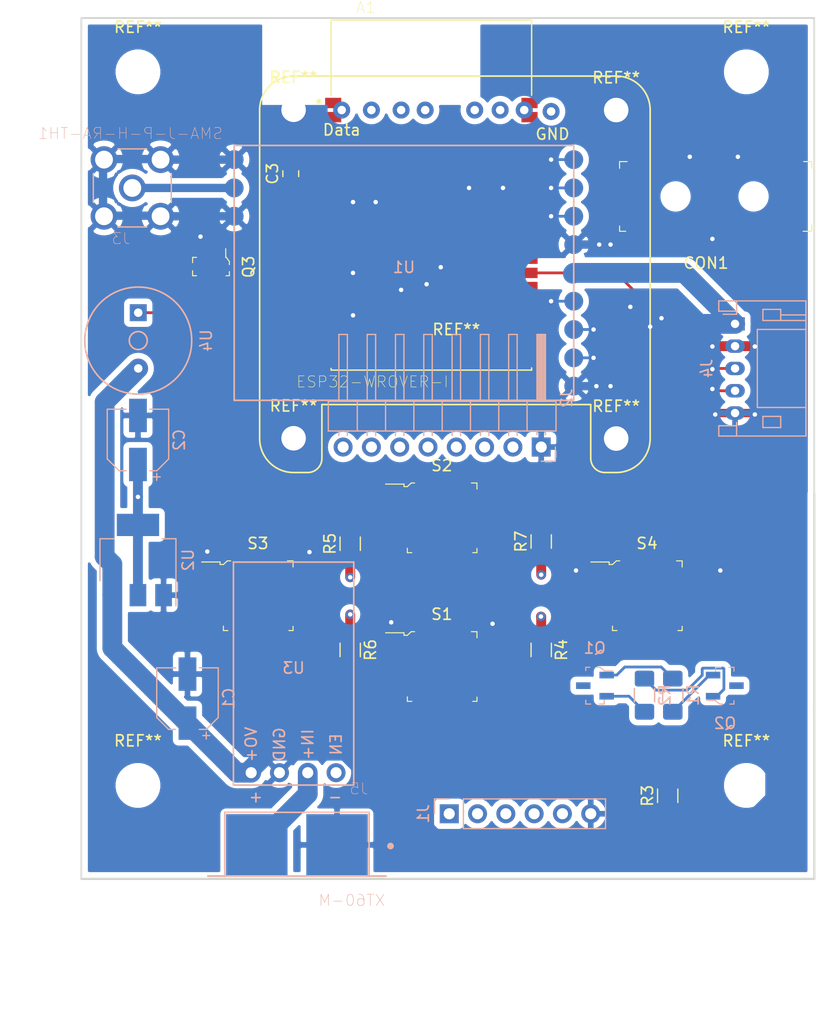
<source format=kicad_pcb>
(kicad_pcb (version 20171130) (host pcbnew 5.0.2-bee76a0~70~ubuntu18.04.1)
  (layers (0 F.Cu signal) (1 In1.Cu signal) (2 In2.Cu power) (31 B.Cu power) (34 B.Paste user) (35 F.Paste user) (36 B.SilkS user) (37 F.SilkS user) (38 B.Mask user) (39 F.Mask user) (44 Edge.Cuts user))
  (net 0 "")
  (net 1 "Net-(A1-Pad39)")
  (net 2 -BATT)
  (net 3 /SSD1306_DATA)
  (net 4 /SSD1306_CS)
  (net 5 /RX)
  (net 6 "Net-(A1-Pad34)")
  (net 7 /BUZZER)
  (net 8 /SSD1306_CLK)
  (net 9 /SSD1306_RST)
  (net 10 "Net-(A1-Pad29)")
  (net 11 /IO0)
  (net 12 "Net-(A1-Pad24)")
  (net 13 /SSD1306_DC)
  (net 14 "Net-(A1-Pad22)")
  (net 15 "Net-(A1-Pad21)")
  (net 16 "Net-(A1-Pad20)")
  (net 17 "Net-(A1-Pad19)")
  (net 18 "Net-(A1-Pad18)")
  (net 19 "Net-(A1-Pad17)")
  (net 20 /VRX_CLOCK)
  (net 21 /VRX_DATA)
  (net 22 /VRX_CS)
  (net 23 /BUTTON_RIGHT)
  (net 24 /BUTTON_DOWN)
  (net 25 "Net-(A1-Pad10)")
  (net 26 /BUTTON_UP)
  (net 27 /BUTTON_LEFT)
  (net 28 /VRX_RSSI)
  (net 29 "Net-(A1-Pad5)")
  (net 30 "Net-(A1-Pad4)")
  (net 31 /#EN)
  (net 32 +3V3)
  (net 33 +5V)
  (net 34 /TX)
  (net 35 /RTS)
  (net 36 /DTR)
  (net 37 "Net-(J1-Pad5)")
  (net 38 "Net-(J2-Pad2)")
  (net 39 "Net-(Q3-Pad3)")
  (net 40 +BATT)
  (net 41 "Net-(U3-Pad4)")
  (net 42 "Net-(Q1-Pad1)")
  (net 43 "Net-(Q2-Pad1)")
  (net 44 /ANT)
  (net 45 /EXP1)
  (net 46 /EXP2)
  (net 47 "Net-(CON1-Pad3)")
  (net 48 "Net-(CON1-Pad2)")
  (module MountingHole:MountingHole_3mm (layer F.Cu) (at 113.03 30.48)
    (fp_text reference REF** (at 0 -4) (layer F.SilkS))
    (fp_text value MountingHole_3mm)
    (pad 1 np_thru_hole circle (at 0 0) (size 3 3) (drill 3) (layers *.Cu *.Mask))
  )
  (module deets:RX5808 (layer B.Cu) (at 82.296 48.514)
    (fp_text reference U1 (at 0 -0.5) (layer B.SilkS) (effects (justify mirror)))
    (fp_text value RX5808)
    (pad 7 smd circle (at 15.24 -2.54) (size 1.7 1.7) (layers B.Cu B.Mask) (net 2 -BATT))
    (pad 8 smd circle (at 15.24 0) (size 1.7 1.7) (layers B.Cu B.Mask) (net 33 +5V))
    (pad 9 smd circle (at 15.24 2.54) (size 1.7 1.7) (layers B.Cu B.Mask) (net 28 /VRX_RSSI))
    (pad 10 smd circle (at 15.24 5.08) (size 1.7 1.7) (layers B.Cu B.Mask) (net 47 "Net-(CON1-Pad3)"))
    (pad 6 smd circle (at 15.24 -5.08) (size 1.7 1.7) (layers B.Cu B.Mask) (net 20 /VRX_CLOCK))
    (pad 11 smd circle (at 15.24 7.62) (size 1.7 1.7) (layers B.Cu B.Mask) (net 48 "Net-(CON1-Pad2)"))
    (pad 5 smd circle (at 15.24 -7.62) (size 1.7 1.7) (layers B.Cu B.Mask) (net 22 /VRX_CS))
    (pad 12 smd circle (at 15.24 10.16) (size 1.7 1.7) (layers B.Cu B.Mask) (net 2 -BATT))
    (pad 4 smd circle (at 15.24 -10.16) (size 1.7 1.7) (layers B.Cu B.Mask) (net 21 /VRX_DATA))
    (pad 3 smd circle (at -15.24 -10.16) (size 1.7 1.7) (layers B.Cu B.Mask) (net 2 -BATT))
    (pad 2 smd circle (at -15.24 -7.62) (size 1.7 1.7) (layers B.Cu B.Mask) (net 44 /ANT))
    (pad 1 smd circle (at -15.24 -5.08) (size 1.7 1.7) (layers B.Cu B.Mask) (net 2 -BATT))
  )
  (module deets:SSD1306 (layer F.Cu) (at 86.995 46.355)
    (fp_text reference REF** (at 0 7.239) (layer F.SilkS))
    (fp_text value SSD1306)
    (fp_text user GND (at 8.636 -10.287) (layer F.SilkS))
    (fp_text user Data (at -10.287 -10.668) (layer F.SilkS))
    (pad 8 thru_hole circle (at 8.509 -12.319) (size 1.524 1.524) (drill 0.762) (layers *.Cu *.Mask))
    (pad 7 thru_hole circle (at 6.096 -12.446) (size 1.524 1.524) (drill 0.762) (layers *.Cu *.Mask))
    (pad 6 thru_hole circle (at 3.937 -12.446) (size 1.524 1.524) (drill 0.762) (layers *.Cu *.Mask))
    (pad 5 thru_hole circle (at 1.651 -12.446) (size 1.524 1.524) (drill 0.762) (layers *.Cu *.Mask))
    (pad 4 thru_hole circle (at -2.794 -12.446) (size 1.524 1.524) (drill 0.762) (layers *.Cu *.Mask))
    (pad 3 thru_hole circle (at -4.953 -12.446) (size 1.524 1.524) (drill 0.762) (layers *.Cu *.Mask))
    (pad 2 thru_hole circle (at -7.62 -12.446) (size 1.524 1.524) (drill 0.762) (layers *.Cu *.Mask))
    (pad 1 thru_hole circle (at -10.287 -12.446) (size 1.524 1.524) (drill 0.762) (layers *.Cu *.Mask))
  )
  (module deets:XCVR_ESP32-WROVER-I (layer F.Cu) (at 84.756 41.534)
    (fp_text reference A1 (at -5.8731 -16.8226) (layer F.SilkS) (effects (font (size 1.00224 1.00224) (thickness 0.05))))
    (fp_text value ESP32-WROVER-I (at -5.28678 16.7524) (layer F.SilkS) (effects (font (size 1.00224 1.00224) (thickness 0.05))))
    (pad 39 smd rect (at -1.38 -0.47) (size 4 4) (layers F.Cu F.Paste F.Mask) (net 1 "Net-(A1-Pad39)"))
    (pad 38 smd rect (at 8.81 -8.26 180) (size 1.45 0.93) (layers F.Cu F.Paste F.Mask) (net 2 -BATT))
    (pad 37 smd rect (at 8.81 -6.99 180) (size 1.45 0.93) (layers F.Cu F.Paste F.Mask) (net 3 /SSD1306_DATA))
    (pad 36 smd rect (at 8.81 -5.72 180) (size 1.45 0.93) (layers F.Cu F.Paste F.Mask) (net 4 /SSD1306_CS))
    (pad 35 smd rect (at 8.81 -4.45 180) (size 1.45 0.93) (layers F.Cu F.Paste F.Mask) (net 5 /RX))
    (pad 34 smd rect (at 8.81 -3.18 180) (size 1.45 0.93) (layers F.Cu F.Paste F.Mask) (net 6 "Net-(A1-Pad34)"))
    (pad 33 smd rect (at 8.81 -1.91 180) (size 1.45 0.93) (layers F.Cu F.Paste F.Mask) (net 7 /BUZZER))
    (pad 32 smd rect (at 8.81 -0.64 180) (size 1.45 0.93) (layers F.Cu F.Paste F.Mask))
    (pad 31 smd rect (at 8.81 0.63 180) (size 1.45 0.93) (layers F.Cu F.Paste F.Mask) (net 8 /SSD1306_CLK))
    (pad 30 smd rect (at 8.81 1.9 180) (size 1.45 0.93) (layers F.Cu F.Paste F.Mask) (net 9 /SSD1306_RST))
    (pad 29 smd rect (at 8.81 3.17 180) (size 1.45 0.93) (layers F.Cu F.Paste F.Mask) (net 10 "Net-(A1-Pad29)"))
    (pad 28 smd rect (at 8.81 4.44 180) (size 1.45 0.93) (layers F.Cu F.Paste F.Mask))
    (pad 27 smd rect (at 8.81 5.71 180) (size 1.45 0.93) (layers F.Cu F.Paste F.Mask))
    (pad 26 smd rect (at 8.81 6.98 180) (size 1.45 0.93) (layers F.Cu F.Paste F.Mask) (net 45 /EXP1))
    (pad 25 smd rect (at 8.81 8.25 180) (size 1.45 0.93) (layers F.Cu F.Paste F.Mask) (net 11 /IO0))
    (pad 24 smd rect (at 8.81 9.52 180) (size 1.45 0.93) (layers F.Cu F.Paste F.Mask) (net 12 "Net-(A1-Pad24)"))
    (pad 23 smd rect (at 8.81 10.79 180) (size 1.45 0.93) (layers F.Cu F.Paste F.Mask) (net 13 /SSD1306_DC))
    (pad 22 smd rect (at 8.81 12.06 180) (size 1.45 0.93) (layers F.Cu F.Paste F.Mask) (net 14 "Net-(A1-Pad22)"))
    (pad 21 smd rect (at 8.81 13.33 180) (size 1.45 0.93) (layers F.Cu F.Paste F.Mask) (net 15 "Net-(A1-Pad21)"))
    (pad 20 smd rect (at 8.81 14.6 180) (size 1.45 0.93) (layers F.Cu F.Paste F.Mask) (net 16 "Net-(A1-Pad20)"))
    (pad 19 smd rect (at -8.81 14.6) (size 1.45 0.93) (layers F.Cu F.Paste F.Mask) (net 17 "Net-(A1-Pad19)"))
    (pad 18 smd rect (at -8.81 13.33) (size 1.45 0.93) (layers F.Cu F.Paste F.Mask) (net 18 "Net-(A1-Pad18)"))
    (pad 17 smd rect (at -8.81 12.06) (size 1.45 0.93) (layers F.Cu F.Paste F.Mask) (net 19 "Net-(A1-Pad17)"))
    (pad 16 smd rect (at -8.81 10.79) (size 1.45 0.93) (layers F.Cu F.Paste F.Mask) (net 21 /VRX_DATA))
    (pad 15 smd rect (at -8.81 9.52) (size 1.45 0.93) (layers F.Cu F.Paste F.Mask) (net 2 -BATT))
    (pad 14 smd rect (at -8.81 8.25) (size 1.45 0.93) (layers F.Cu F.Paste F.Mask) (net 20 /VRX_CLOCK))
    (pad 13 smd rect (at -8.81 6.98) (size 1.45 0.93) (layers F.Cu F.Paste F.Mask) (net 22 /VRX_CS))
    (pad 12 smd rect (at -8.81 5.71) (size 1.45 0.93) (layers F.Cu F.Paste F.Mask) (net 23 /BUTTON_RIGHT))
    (pad 11 smd rect (at -8.81 4.44) (size 1.45 0.93) (layers F.Cu F.Paste F.Mask) (net 24 /BUTTON_DOWN))
    (pad 10 smd rect (at -8.81 3.17) (size 1.45 0.93) (layers F.Cu F.Paste F.Mask) (net 25 "Net-(A1-Pad10)"))
    (pad 9 smd rect (at -8.81 1.9) (size 1.45 0.93) (layers F.Cu F.Paste F.Mask) (net 26 /BUTTON_UP))
    (pad 8 smd rect (at -8.81 0.63) (size 1.45 0.93) (layers F.Cu F.Paste F.Mask) (net 27 /BUTTON_LEFT))
    (pad 7 smd rect (at -8.81 -0.64) (size 1.45 0.93) (layers F.Cu F.Paste F.Mask) (net 46 /EXP2))
    (pad 6 smd rect (at -8.81 -1.91) (size 1.45 0.93) (layers F.Cu F.Paste F.Mask) (net 28 /VRX_RSSI))
    (pad 5 smd rect (at -8.81 -3.18) (size 1.45 0.93) (layers F.Cu F.Paste F.Mask) (net 29 "Net-(A1-Pad5)"))
    (pad 4 smd rect (at -8.81 -4.45) (size 1.45 0.93) (layers F.Cu F.Paste F.Mask) (net 30 "Net-(A1-Pad4)"))
    (pad 3 smd rect (at -8.81 -5.72) (size 1.45 0.93) (layers F.Cu F.Paste F.Mask) (net 31 /#EN))
    (pad 2 smd rect (at -8.81 -6.99) (size 1.45 0.93) (layers F.Cu F.Paste F.Mask) (net 32 +3V3))
    (pad 1 smd rect (at -8.81 -8.26) (size 1.45 0.93) (layers F.Cu F.Paste F.Mask) (net 2 -BATT))
  )
  (module Capacitor_SMD:CP_Elec_5x5.8 (layer B.Cu) (at 62.865 86.7 90)
    (fp_text reference C1 (at 0 3.7 90) (layer B.SilkS) (effects (justify mirror)))
    (fp_text value 47uF)
    (pad 1 smd rect (at -2.2 0 90) (size 3 1.6) (layers B.Cu B.Paste B.Mask) (net 33 +5V))
    (pad 2 smd rect (at 2.2 0 90) (size 3 1.6) (layers B.Cu B.Paste B.Mask) (net 2 -BATT))
  )
  (module Capacitor_SMD:CP_Elec_5x5.8 (layer B.Cu) (at 58.42 63.5 90)
    (fp_text reference C2 (at 0 3.7 90) (layer B.SilkS) (effects (justify mirror)))
    (fp_text value 47uF)
    (pad 2 smd rect (at 2.2 0 90) (size 3 1.6) (layers B.Cu B.Paste B.Mask) (net 2 -BATT))
    (pad 1 smd rect (at -2.2 0 90) (size 3 1.6) (layers B.Cu B.Paste B.Mask) (net 32 +3V3))
  )
  (module Capacitor_SMD:C_0805_2012Metric_Pad1.15x1.40mm_HandSolder (layer F.Cu) (at 72.136 39.615 90)
    (fp_text reference C3 (at 0 -1.65 90) (layer F.SilkS))
    (fp_text value 10nF)
    (pad 1 smd roundrect (at -1.025 0 90) (size 1.15 1.4) (layers F.Cu F.Paste F.Mask) (roundrect_rratio 0.217391) (net 32 +3V3))
    (pad 2 smd roundrect (at 1.025 0 90) (size 1.15 1.4) (layers F.Cu F.Paste F.Mask) (roundrect_rratio 0.217391) (net 2 -BATT))
  )
  (module Connector_PinHeader_2.54mm:PinHeader_1x06_P2.54mm_Vertical (layer B.Cu) (at 86.36 97.028 270)
    (fp_text reference J1 (at 0 2.33 270) (layer B.SilkS) (effects (justify mirror)))
    (fp_text value Conn_01x06_Male)
    (pad 1 thru_hole rect (at 0 0 270) (size 1.7 1.7) (drill 1) (layers *.Cu *.Mask) (net 5 /RX))
    (pad 2 thru_hole oval (at 0 -2.54 270) (size 1.7 1.7) (drill 1) (layers *.Cu *.Mask) (net 34 /TX))
    (pad 3 thru_hole oval (at 0 -5.08 270) (size 1.7 1.7) (drill 1) (layers *.Cu *.Mask) (net 35 /RTS))
    (pad 4 thru_hole oval (at 0 -7.62 270) (size 1.7 1.7) (drill 1) (layers *.Cu *.Mask) (net 36 /DTR))
    (pad 5 thru_hole oval (at 0 -10.16 270) (size 1.7 1.7) (drill 1) (layers *.Cu *.Mask) (net 37 "Net-(J1-Pad5)"))
    (pad 6 thru_hole oval (at 0 -12.7 270) (size 1.7 1.7) (drill 1) (layers *.Cu *.Mask) (net 2 -BATT))
  )
  (module Connector_PinHeader_2.54mm:PinHeader_1x08_P2.54mm_Horizontal (layer B.Cu) (at 94.615 64.135 90)
    (fp_text reference J2 (at 4.385 2.27 90) (layer B.SilkS) (effects (justify mirror)))
    (fp_text value Conn_01x08_Female)
    (pad 1 thru_hole rect (at 0 0 90) (size 1.7 1.7) (drill 1) (layers *.Cu *.Mask) (net 2 -BATT))
    (pad 2 thru_hole oval (at 0 -2.54 90) (size 1.7 1.7) (drill 1) (layers *.Cu *.Mask) (net 38 "Net-(J2-Pad2)"))
    (pad 3 thru_hole oval (at 0 -5.08 90) (size 1.7 1.7) (drill 1) (layers *.Cu *.Mask) (net 32 +3V3))
    (pad 4 thru_hole oval (at 0 -7.62 90) (size 1.7 1.7) (drill 1) (layers *.Cu *.Mask) (net 4 /SSD1306_CS))
    (pad 5 thru_hole oval (at 0 -10.16 90) (size 1.7 1.7) (drill 1) (layers *.Cu *.Mask) (net 9 /SSD1306_RST))
    (pad 6 thru_hole oval (at 0 -12.7 90) (size 1.7 1.7) (drill 1) (layers *.Cu *.Mask) (net 13 /SSD1306_DC))
    (pad 7 thru_hole oval (at 0 -15.24 90) (size 1.7 1.7) (drill 1) (layers *.Cu *.Mask) (net 8 /SSD1306_CLK))
    (pad 8 thru_hole oval (at 0 -17.78 90) (size 1.7 1.7) (drill 1) (layers *.Cu *.Mask) (net 3 /SSD1306_DATA))
  )
  (module Resistor_SMD:R_1206_3216Metric_Pad1.42x1.75mm_HandSolder (layer B.Cu) (at 106.426317 86.390707 90)
    (fp_text reference R1 (at 0 1.82 90) (layer B.SilkS) (effects (justify mirror)))
    (fp_text value 10K)
    (pad 2 smd roundrect (at 1.4875 0 90) (size 1.425 1.75) (layers B.Cu B.Paste B.Mask) (roundrect_rratio 0.175439) (net 42 "Net-(Q1-Pad1)"))
    (pad 1 smd roundrect (at -1.4875 0 90) (size 1.425 1.75) (layers B.Cu B.Paste B.Mask) (roundrect_rratio 0.175439) (net 36 /DTR))
  )
  (module Resistor_SMD:R_1206_3216Metric_Pad1.42x1.75mm_HandSolder (layer B.Cu) (at 103.886317 86.390707 90)
    (fp_text reference R2 (at 0 1.82 90) (layer B.SilkS) (effects (justify mirror)))
    (fp_text value 10K)
    (pad 1 smd roundrect (at -1.4875 0 90) (size 1.425 1.75) (layers B.Cu B.Paste B.Mask) (roundrect_rratio 0.175439) (net 35 /RTS))
    (pad 2 smd roundrect (at 1.4875 0 90) (size 1.425 1.75) (layers B.Cu B.Paste B.Mask) (roundrect_rratio 0.175439) (net 43 "Net-(Q2-Pad1)"))
  )
  (module Resistor_SMD:R_1206_3216Metric_Pad1.42x1.75mm_HandSolder (layer F.Cu) (at 105.9688 95.4135 90)
    (fp_text reference R3 (at 0 -1.82 90) (layer F.SilkS))
    (fp_text value 470)
    (pad 1 smd roundrect (at -1.4875 0 90) (size 1.425 1.75) (layers F.Cu F.Paste F.Mask) (roundrect_rratio 0.175439) (net 34 /TX))
    (pad 2 smd roundrect (at 1.4875 0 90) (size 1.425 1.75) (layers F.Cu F.Paste F.Mask) (roundrect_rratio 0.175439) (net 6 "Net-(A1-Pad34)"))
  )
  (module Resistor_SMD:R_1206_3216Metric_Pad1.42x1.75mm_HandSolder (layer F.Cu) (at 94.615 82.3325 270)
    (fp_text reference R4 (at 0 -1.82 270) (layer F.SilkS))
    (fp_text value 10K)
    (pad 2 smd roundrect (at 1.4875 0 270) (size 1.425 1.75) (layers F.Cu F.Paste F.Mask) (roundrect_rratio 0.175439) (net 24 /BUTTON_DOWN))
    (pad 1 smd roundrect (at -1.4875 0 270) (size 1.425 1.75) (layers F.Cu F.Paste F.Mask) (roundrect_rratio 0.175439) (net 32 +3V3))
  )
  (module Resistor_SMD:R_1206_3216Metric_Pad1.42x1.75mm_HandSolder (layer F.Cu) (at 77.47 72.8075 90)
    (fp_text reference R5 (at 0 -1.82 90) (layer F.SilkS))
    (fp_text value 10K)
    (pad 2 smd roundrect (at 1.4875 0 90) (size 1.425 1.75) (layers F.Cu F.Paste F.Mask) (roundrect_rratio 0.175439) (net 26 /BUTTON_UP))
    (pad 1 smd roundrect (at -1.4875 0 90) (size 1.425 1.75) (layers F.Cu F.Paste F.Mask) (roundrect_rratio 0.175439) (net 32 +3V3))
  )
  (module Resistor_SMD:R_1206_3216Metric_Pad1.42x1.75mm_HandSolder (layer F.Cu) (at 77.47 82.3325 270)
    (fp_text reference R6 (at 0 -1.82 270) (layer F.SilkS))
    (fp_text value 10K)
    (pad 1 smd roundrect (at -1.4875 0 270) (size 1.425 1.75) (layers F.Cu F.Paste F.Mask) (roundrect_rratio 0.175439) (net 32 +3V3))
    (pad 2 smd roundrect (at 1.4875 0 270) (size 1.425 1.75) (layers F.Cu F.Paste F.Mask) (roundrect_rratio 0.175439) (net 27 /BUTTON_LEFT))
  )
  (module Resistor_SMD:R_1206_3216Metric_Pad1.42x1.75mm_HandSolder (layer F.Cu) (at 94.615 72.6075 90)
    (fp_text reference R7 (at 0 -1.82 90) (layer F.SilkS))
    (fp_text value 10K)
    (pad 1 smd roundrect (at -1.4875 0 90) (size 1.425 1.75) (layers F.Cu F.Paste F.Mask) (roundrect_rratio 0.175439) (net 32 +3V3))
    (pad 2 smd roundrect (at 1.4875 0 90) (size 1.425 1.75) (layers F.Cu F.Paste F.Mask) (roundrect_rratio 0.175439) (net 23 /BUTTON_RIGHT))
  )
  (module Package_TO_SOT_SMD:SOT-223-3_TabPin2 (layer B.Cu) (at 58.42 74.27 90)
    (fp_text reference U2 (at 0 4.5 90) (layer B.SilkS) (effects (justify mirror)))
    (fp_text value AMS1117-3.3)
    (pad 2 smd rect (at 3.15 0 90) (size 2 3.8) (layers B.Cu B.Paste B.Mask) (net 32 +3V3))
    (pad 2 smd rect (at -3.15 0 90) (size 2 1.5) (layers B.Cu B.Paste B.Mask) (net 32 +3V3))
    (pad 3 smd rect (at -3.15 -2.3 90) (size 2 1.5) (layers B.Cu B.Paste B.Mask) (net 33 +5V))
    (pad 1 smd rect (at -3.15 2.3 90) (size 2 1.5) (layers B.Cu B.Paste B.Mask) (net 2 -BATT))
  )
  (module deets:AI-1027-TWT (layer B.Cu) (at 58.4454 54.5846 270)
    (fp_text reference U4 (at 0 -6.1 270) (layer B.SilkS) (effects (justify mirror)))
    (fp_text value AI-1027-TWT)
    (pad 1 thru_hole rect (at -2.5 0 270) (size 1.524 1.524) (drill 0.762) (layers *.Cu *.Mask) (net 39 "Net-(Q3-Pad3)"))
    (pad 2 thru_hole circle (at 2.5 0 270) (size 1.524 1.524) (drill 0.762) (layers *.Cu *.Mask) (net 33 +5V))
  )
  (module deets:oskj-dc-dc (layer B.Cu) (at 72.39 84.455)
    (fp_text reference U3 (at 0 -0.5) (layer B.SilkS) (effects (justify mirror)))
    (fp_text value oskj-dc-dc)
    (fp_text user VO+ (at -3.81 6.35 -90) (layer B.SilkS) (effects (justify mirror)))
    (fp_text user GND (at -1.27 6.35 -90) (layer B.SilkS) (effects (justify mirror)))
    (fp_text user IN+ (at 1.27 6.35 -90) (layer B.SilkS) (effects (justify mirror)))
    (fp_text user EN (at 3.81 6.35 -90) (layer B.SilkS) (effects (justify mirror)))
    (pad 1 thru_hole circle (at -3.81 8.89) (size 1.7 1.7) (drill 1) (layers *.Cu *.Mask) (net 33 +5V))
    (pad 2 thru_hole circle (at -1.27 8.89) (size 1.7 1.7) (drill 1) (layers *.Cu *.Mask) (net 2 -BATT))
    (pad 3 thru_hole circle (at 1.27 8.89) (size 1.7 1.7) (drill 1) (layers *.Cu *.Mask) (net 40 +BATT))
    (pad 4 thru_hole circle (at 3.81 8.89) (size 1.7 1.7) (drill 1) (layers *.Cu *.Mask) (net 41 "Net-(U3-Pad4)"))
  )
  (module digikey-footprints:SOT-23-3 (layer B.Cu) (at 99.441317 85.538207 180)
    (fp_text reference Q1 (at 0.025 3.375 180) (layer B.SilkS) (effects (justify mirror)))
    (fp_text value MMSS8050-H-TP)
    (pad 1 smd rect (at -1.05 0.95 180) (size 1.3 0.6) (layers B.Cu B.Paste B.Mask) (net 42 "Net-(Q1-Pad1)"))
    (pad 2 smd rect (at -1.05 -0.95 180) (size 1.3 0.6) (layers B.Cu B.Paste B.Mask) (net 35 /RTS))
    (pad 3 smd rect (at 1.05 0 180) (size 1.3 0.6) (layers B.Cu B.Paste B.Mask) (net 31 /#EN))
  )
  (module digikey-footprints:SOT-23-3 (layer B.Cu) (at 111.091317 85.538207)
    (fp_text reference Q2 (at 0.025 3.375) (layer B.SilkS) (effects (justify mirror)))
    (fp_text value MMSS8050-H-TP)
    (pad 3 smd rect (at 1.05 0) (size 1.3 0.6) (layers B.Cu B.Paste B.Mask) (net 11 /IO0))
    (pad 2 smd rect (at -1.05 -0.95) (size 1.3 0.6) (layers B.Cu B.Paste B.Mask) (net 36 /DTR))
    (pad 1 smd rect (at -1.05 0.95) (size 1.3 0.6) (layers B.Cu B.Paste B.Mask) (net 43 "Net-(Q2-Pad1)"))
  )
  (module digikey-footprints:SOT-23-3 (layer F.Cu) (at 64.9732 47.9466 270)
    (fp_text reference Q3 (at 0.025 -3.375 270) (layer F.SilkS))
    (fp_text value MMSS8050-H-TP)
    (pad 3 smd rect (at 1.05 0 270) (size 1.3 0.6) (layers F.Cu F.Paste F.Mask) (net 39 "Net-(Q3-Pad3)"))
    (pad 2 smd rect (at -1.05 0.95 270) (size 1.3 0.6) (layers F.Cu F.Paste F.Mask) (net 2 -BATT))
    (pad 1 smd rect (at -1.05 -0.95 270) (size 1.3 0.6) (layers F.Cu F.Paste F.Mask) (net 7 /BUZZER))
  )
  (module deets:Switch_Tactile_SMD_6x6mm (layer F.Cu) (at 85.725 83.82)
    (fp_text reference S1 (at -0.03 -4.69) (layer F.SilkS))
    (fp_text value FSM4JSMATR)
    (pad 1 smd rect (at -4.55 -2.25 270) (size 1.4 2.1) (layers F.Cu F.Paste F.Mask) (net 2 -BATT))
    (pad 3 smd rect (at -4.55 2.25 270) (size 1.4 2.1) (layers F.Cu F.Paste F.Mask) (net 24 /BUTTON_DOWN))
    (pad 4 smd rect (at 4.55 2.25 270) (size 1.4 2.1) (layers F.Cu F.Paste F.Mask) (net 24 /BUTTON_DOWN))
    (pad 2 smd rect (at 4.55 -2.25 270) (size 1.4 2.1) (layers F.Cu F.Paste F.Mask) (net 2 -BATT))
  )
  (module deets:Switch_Tactile_SMD_6x6mm (layer F.Cu) (at 85.725 70.485)
    (fp_text reference S2 (at -0.03 -4.69) (layer F.SilkS))
    (fp_text value FSM4JSMATR)
    (pad 2 smd rect (at 4.55 -2.25 270) (size 1.4 2.1) (layers F.Cu F.Paste F.Mask) (net 2 -BATT))
    (pad 4 smd rect (at 4.55 2.25 270) (size 1.4 2.1) (layers F.Cu F.Paste F.Mask) (net 26 /BUTTON_UP))
    (pad 3 smd rect (at -4.55 2.25 270) (size 1.4 2.1) (layers F.Cu F.Paste F.Mask) (net 26 /BUTTON_UP))
    (pad 1 smd rect (at -4.55 -2.25 270) (size 1.4 2.1) (layers F.Cu F.Paste F.Mask) (net 2 -BATT))
  )
  (module deets:Switch_Tactile_SMD_6x6mm (layer F.Cu) (at 69.215 77.47)
    (fp_text reference S3 (at -0.03 -4.69) (layer F.SilkS))
    (fp_text value FSM4JSMATR)
    (pad 1 smd rect (at -4.55 -2.25 270) (size 1.4 2.1) (layers F.Cu F.Paste F.Mask) (net 2 -BATT))
    (pad 3 smd rect (at -4.55 2.25 270) (size 1.4 2.1) (layers F.Cu F.Paste F.Mask) (net 27 /BUTTON_LEFT))
    (pad 4 smd rect (at 4.55 2.25 270) (size 1.4 2.1) (layers F.Cu F.Paste F.Mask) (net 27 /BUTTON_LEFT))
    (pad 2 smd rect (at 4.55 -2.25 270) (size 1.4 2.1) (layers F.Cu F.Paste F.Mask) (net 2 -BATT))
  )
  (module deets:Switch_Tactile_SMD_6x6mm (layer F.Cu) (at 104.14 77.47)
    (fp_text reference S4 (at -0.03 -4.69) (layer F.SilkS))
    (fp_text value FSM4JSMATR)
    (pad 2 smd rect (at 4.55 -2.25 270) (size 1.4 2.1) (layers F.Cu F.Paste F.Mask) (net 2 -BATT))
    (pad 4 smd rect (at 4.55 2.25 270) (size 1.4 2.1) (layers F.Cu F.Paste F.Mask) (net 23 /BUTTON_RIGHT))
    (pad 3 smd rect (at -4.55 2.25 270) (size 1.4 2.1) (layers F.Cu F.Paste F.Mask) (net 23 /BUTTON_RIGHT))
    (pad 1 smd rect (at -4.55 -2.25 270) (size 1.4 2.1) (layers F.Cu F.Paste F.Mask) (net 2 -BATT))
  )
  (module deets:SAMTEC_SMA-J-P-H-RA-TH1 (layer B.Cu) (at 57.912 40.894)
    (fp_text reference J3 (at -1.01137 4.54112) (layer B.SilkS) (effects (font (size 1.00135 1.00135) (thickness 0.05)) (justify mirror)))
    (fp_text value SMA-J-P-H-RA-TH1 (at -0.175725 -4.88518) (layer B.SilkS) (effects (font (size 1.00415 1.00415) (thickness 0.05)) (justify mirror)))
    (pad 1 thru_hole circle (at 0 0) (size 2.4 2.4) (drill 1.6) (layers *.Cu *.Mask) (net 44 /ANT))
    (pad 4 thru_hole circle (at -2.54 2.54) (size 2.4 2.4) (drill 1.6) (layers *.Cu *.Mask) (net 2 -BATT))
    (pad 3 thru_hole circle (at 2.54 2.54) (size 2.4 2.4) (drill 1.6) (layers *.Cu *.Mask) (net 2 -BATT))
    (pad 2 thru_hole circle (at 2.54 -2.54) (size 2.4 2.4) (drill 1.6) (layers *.Cu *.Mask) (net 2 -BATT))
    (pad 5 thru_hole circle (at -2.54 -2.54) (size 2.4 2.4) (drill 1.6) (layers *.Cu *.Mask) (net 2 -BATT))
  )
  (module Connector_JST:JST_PH_S5B-PH-K_1x05_P2.00mm_Horizontal (layer B.Cu) (at 112.014 53.086 270)
    (fp_text reference J4 (at 4 2.55 270) (layer B.SilkS) (effects (justify mirror)))
    (fp_text value Conn_01x05)
    (pad 1 thru_hole rect (at 0 0 270) (size 1.2 1.75) (drill 0.75) (layers *.Cu *.Mask) (net 33 +5V))
    (pad 2 thru_hole oval (at 2 0 270) (size 1.2 1.75) (drill 0.75) (layers *.Cu *.Mask) (net 32 +3V3))
    (pad 3 thru_hole oval (at 4 0 270) (size 1.2 1.75) (drill 0.75) (layers *.Cu *.Mask) (net 45 /EXP1))
    (pad 4 thru_hole oval (at 6 0 270) (size 1.2 1.75) (drill 0.75) (layers *.Cu *.Mask) (net 46 /EXP2))
    (pad 5 thru_hole oval (at 8 0 270) (size 1.2 1.75) (drill 0.75) (layers *.Cu *.Mask) (net 2 -BATT))
  )
  (module deets:AMASS_XT60-M-SIDE-MOUNT (layer B.Cu) (at 72.688 99.822 180)
    (fp_text reference J5 (at -5.56386 5.03849 180) (layer B.SilkS) (effects (font (size 1.00069 1.00069) (thickness 0.05)) (justify mirror)))
    (fp_text value XT60-M (at -4.92836 -4.9684 180) (layer B.SilkS) (effects (font (size 1.00069 1.00069) (thickness 0.05)) (justify mirror)))
    (fp_text user - (at -3.429 4.318 180) (layer B.SilkS) (effects (justify mirror)))
    (fp_text user + (at 3.683 4.318 180) (layer B.SilkS) (effects (justify mirror)))
    (pad 1 connect rect (at -3.6 0 180) (size 5.516 5.516) (layers B.Cu B.Mask) (net 2 -BATT))
    (pad 2 connect rect (at 3.6 0 180) (size 5.516 5.516) (layers B.Cu B.Mask) (net 40 +BATT))
  )
  (module MountingHole:MountingHole_3mm (layer F.Cu) (at 58.42 30.48)
    (fp_text reference REF** (at 0 -4) (layer F.SilkS))
    (fp_text value MountingHole_3mm)
    (pad 1 np_thru_hole circle (at 0 0) (size 3 3) (drill 3) (layers *.Cu *.Mask))
  )
  (module MountingHole:MountingHole_3mm (layer F.Cu) (at 113.03 94.488)
    (fp_text reference REF** (at 0 -4) (layer F.SilkS))
    (fp_text value MountingHole_3mm)
    (pad 1 np_thru_hole circle (at 0 0) (size 3 3) (drill 3) (layers *.Cu *.Mask))
  )
  (module MountingHole:MountingHole_3mm (layer F.Cu) (at 58.42 94.488)
    (fp_text reference REF** (at 0 -4) (layer F.SilkS))
    (fp_text value MountingHole_3mm)
    (pad 1 np_thru_hole circle (at 0 0) (size 3 3) (drill 3) (layers *.Cu *.Mask))
  )
  (module deets:Switch_Slide_11.6x4mm_SJ-3523-SMT (layer F.Cu) (at 112.776 41.656 180)
    (fp_text reference CON1 (at 3.375 -5.975 180) (layer F.SilkS))
    (fp_text value SJ-3523-SMT-TR)
    (pad 3 smd rect (at 0 -3.7 180) (size 2.2 2.8) (layers F.Cu F.Paste F.Mask) (net 47 "Net-(CON1-Pad3)"))
    (pad 1 smd rect (at -2 3.7 180) (size 2.2 2.8) (layers F.Cu F.Paste F.Mask) (net 2 -BATT))
    (pad 2 smd rect (at 7.4 3.7 180) (size 2.8 2.8) (layers F.Cu F.Paste F.Mask) (net 48 "Net-(CON1-Pad2)"))
    (pad "" np_thru_hole circle (at -0.9 0 180) (size 1.7 1.7) (drill 1.7) (layers *.Cu *.Mask))
    (pad "" np_thru_hole circle (at 6.1 0 180) (size 1.7 1.7) (drill 1.7) (layers *.Cu *.Mask))
  )
  (module MountingHole:MountingHole_2.2mm_M2_DIN965 (layer F.Cu) (at 72.39 63.3476)
    (fp_text reference REF** (at 0 -2.9) (layer F.SilkS))
    (fp_text value MountingHole_2.2mm_M2_DIN965)
    (pad 1 np_thru_hole circle (at 0 0) (size 2.2 2.2) (drill 2.2) (layers *.Cu *.Mask))
  )
  (module MountingHole:MountingHole_2.2mm_M2_DIN965 (layer F.Cu) (at 101.346 63.373)
    (fp_text reference REF** (at 0 -2.9) (layer F.SilkS))
    (fp_text value MountingHole_2.2mm_M2_DIN965)
    (pad 1 np_thru_hole circle (at 0 0) (size 2.2 2.2) (drill 2.2) (layers *.Cu *.Mask))
  )
  (module MountingHole:MountingHole_2.2mm_M2_DIN965 (layer F.Cu) (at 72.39 33.8836)
    (fp_text reference REF** (at 0 -2.9) (layer F.SilkS))
    (fp_text value MountingHole_2.2mm_M2_DIN965)
    (pad 1 np_thru_hole circle (at 0 0) (size 2.2 2.2) (drill 2.2) (layers *.Cu *.Mask))
  )
  (module MountingHole:MountingHole_2.2mm_M2_DIN965 (layer F.Cu) (at 101.346 33.909)
    (fp_text reference REF** (at 0 -2.9) (layer F.SilkS))
    (fp_text value MountingHole_2.2mm_M2_DIN965)
    (pad 1 np_thru_hole circle (at 0 0) (size 2.2 2.2) (drill 2.2) (layers *.Cu *.Mask))
  )
  (gr_line (start 53.34 102.87) (end 53.34 25.654) (layer Edge.Cuts) (width 0.15))
  (gr_line (start 119.126 102.87) (end 53.34 102.87) (layer Edge.Cuts) (width 0.2))
  (gr_line (start 119.126 87.884) (end 119.126 102.87) (layer Edge.Cuts) (width 0.2))
  (gr_line (start 119.126 87.884) (end 119.126 68.326) (layer Edge.Cuts) (width 0.2))
  (gr_line (start 119.126 68.326) (end 119.126 25.654) (layer Edge.Cuts) (width 0.15))
  (gr_line (start 119.126 25.654) (end 118.872 25.654) (layer Edge.Cuts) (width 0.15))
  (gr_line (start 118.872 25.654) (end 53.34 25.654) (layer Edge.Cuts) (width 0.15))
  (segment (start 81.175 81.57) (end 82.475 81.57) (width 0.25) (layer F.Cu) (net 2))
  (segment (start 108.69 75.22) (end 107.39 75.22) (width 0.25) (layer F.Cu) (net 2))
  (segment (start 74.115 75.22) (end 73.765 75.22) (width 0.25) (layer F.Cu) (net 2))
  (segment (start 81.175 81.57) (end 80.465 81.57) (width 0.25) (layer F.Cu) (net 2))
  (segment (start 60.406929 43.423268) (end 60.366928 43.383267) (width 0.75) (layer F.Cu) (net 2))
  (segment (start 60.406929 38.343268) (end 60.366928 38.303267) (width 0.75) (layer F.Cu) (net 2))
  (segment (start 60.417661 38.354) (end 60.366928 38.303267) (width 0.75) (layer B.Cu) (net 2))
  (segment (start 67.056 38.354) (end 60.417661 38.354) (width 0.75) (layer B.Cu) (net 2))
  (segment (start 60.417661 43.434) (end 60.366928 43.383267) (width 0.75) (layer B.Cu) (net 2))
  (segment (start 67.056 43.434) (end 60.417661 43.434) (width 0.75) (layer B.Cu) (net 2))
  (segment (start 60.366928 43.383267) (end 55.286928 43.383267) (width 0.75) (layer B.Cu) (net 2))
  (segment (start 55.286928 43.383267) (end 55.286928 38.303267) (width 0.75) (layer B.Cu) (net 2))
  (segment (start 55.286928 38.303267) (end 60.366928 38.303267) (width 0.75) (layer B.Cu) (net 2))
  (via (at 64.0334 45.2628) (size 0.8) (drill 0.4) (layers F.Cu B.Cu) (net 2))
  (segment (start 64.0232 45.273) (end 64.0334 45.2628) (width 0.75) (layer F.Cu) (net 2))
  (segment (start 64.0232 46.8966) (end 64.0232 45.273) (width 0.75) (layer F.Cu) (net 2))
  (via (at 64.643 73.5076) (size 0.8) (drill 0.4) (layers F.Cu B.Cu) (net 2))
  (segment (start 64.665 73.5296) (end 64.643 73.5076) (width 0.75) (layer F.Cu) (net 2))
  (segment (start 64.665 75.22) (end 64.665 73.5296) (width 0.75) (layer F.Cu) (net 2))
  (via (at 73.8124 73.5584) (size 0.8) (drill 0.4) (layers F.Cu B.Cu) (net 2))
  (segment (start 73.765 73.6058) (end 73.8124 73.5584) (width 0.75) (layer F.Cu) (net 2))
  (segment (start 73.765 75.22) (end 73.765 73.6058) (width 0.75) (layer F.Cu) (net 2))
  (via (at 81.153 79.8576) (size 0.8) (drill 0.4) (layers F.Cu B.Cu) (net 2))
  (segment (start 81.175 79.8796) (end 81.153 79.8576) (width 0.75) (layer F.Cu) (net 2))
  (segment (start 81.175 81.57) (end 81.175 79.8796) (width 0.75) (layer F.Cu) (net 2))
  (via (at 90.2462 79.9846) (size 0.8) (drill 0.4) (layers F.Cu B.Cu) (net 2))
  (segment (start 90.275 80.0134) (end 90.2462 79.9846) (width 0.75) (layer F.Cu) (net 2))
  (segment (start 90.275 81.57) (end 90.275 80.0134) (width 0.75) (layer F.Cu) (net 2))
  (via (at 97.7392 75.2094) (size 0.8) (drill 0.4) (layers F.Cu B.Cu) (net 2))
  (segment (start 97.7498 75.22) (end 97.7392 75.2094) (width 0.75) (layer F.Cu) (net 2))
  (segment (start 99.59 75.22) (end 97.7498 75.22) (width 0.75) (layer F.Cu) (net 2))
  (via (at 110.6932 75.2094) (size 0.8) (drill 0.4) (layers F.Cu B.Cu) (net 2))
  (segment (start 110.6826 75.22) (end 110.6932 75.2094) (width 0.75) (layer F.Cu) (net 2))
  (segment (start 108.69 75.22) (end 110.6826 75.22) (width 0.75) (layer F.Cu) (net 2))
  (via (at 112.268 38.1) (size 0.8) (drill 0.4) (layers F.Cu B.Cu) (net 2))
  (segment (start 114.776 37.956) (end 112.412 37.956) (width 0.75) (layer F.Cu) (net 2))
  (segment (start 112.412 37.956) (end 112.268 38.1) (width 0.75) (layer F.Cu) (net 2))
  (via (at 99.822 45.974) (size 0.8) (drill 0.4) (layers F.Cu B.Cu) (net 2))
  (segment (start 97.536 45.974) (end 99.822 45.974) (width 0.75) (layer B.Cu) (net 2))
  (via (at 100.838 45.974) (size 0.8) (drill 0.4) (layers F.Cu B.Cu) (net 2))
  (segment (start 99.822 45.974) (end 100.838 45.974) (width 0.75) (layer B.Cu) (net 2))
  (via (at 99.568 58.674) (size 0.8) (drill 0.4) (layers F.Cu B.Cu) (net 2))
  (segment (start 97.536 58.674) (end 99.568 58.674) (width 0.75) (layer B.Cu) (net 2))
  (via (at 100.838 58.674) (size 0.8) (drill 0.4) (layers F.Cu B.Cu) (net 2))
  (segment (start 99.568 58.674) (end 100.838 58.674) (width 0.75) (layer B.Cu) (net 2))
  (via (at 110.236 61.214) (size 0.8) (drill 0.4) (layers F.Cu B.Cu) (net 2))
  (segment (start 112.014 61.086) (end 110.364 61.086) (width 0.75) (layer F.Cu) (net 2))
  (segment (start 110.364 61.086) (end 110.236 61.214) (width 0.75) (layer F.Cu) (net 2))
  (via (at 113.792 61.214) (size 0.8) (drill 0.4) (layers F.Cu B.Cu) (net 2))
  (segment (start 112.014 61.086) (end 113.664 61.086) (width 0.75) (layer F.Cu) (net 2))
  (segment (start 113.664 61.086) (end 113.792 61.214) (width 0.75) (layer F.Cu) (net 2))
  (via (at 95.504 43.434) (size 0.8) (drill 0.4) (layers F.Cu B.Cu) (net 20))
  (segment (start 97.536 43.434) (end 95.504 43.434) (width 0.25) (layer B.Cu) (net 20))
  (via (at 82.042 50.038) (size 0.8) (drill 0.4) (layers F.Cu B.Cu) (net 20))
  (segment (start 76.2 50.038) (end 75.946 49.784) (width 0.25) (layer F.Cu) (net 20))
  (segment (start 82.042 50.038) (end 76.2 50.038) (width 0.25) (layer F.Cu) (net 20))
  (segment (start 97.536 38.354) (end 96.333919 38.354) (width 0.25) (layer B.Cu) (net 21))
  (via (at 95.504 38.354) (size 0.8) (drill 0.4) (layers F.Cu B.Cu) (net 21))
  (segment (start 96.333919 38.354) (end 95.504 38.354) (width 0.25) (layer B.Cu) (net 21))
  (via (at 77.724 52.324) (size 0.8) (drill 0.4) (layers F.Cu B.Cu) (net 21))
  (segment (start 77.724 52.324) (end 75.946 52.324) (width 0.25) (layer F.Cu) (net 21))
  (via (at 95.504 40.894) (size 0.8) (drill 0.4) (layers F.Cu B.Cu) (net 22))
  (segment (start 97.536 40.894) (end 95.504 40.894) (width 0.25) (layer B.Cu) (net 22))
  (via (at 91.186 40.894) (size 0.8) (drill 0.4) (layers F.Cu B.Cu) (net 22))
  (via (at 88.138 40.894) (size 0.8) (drill 0.4) (layers F.Cu B.Cu) (net 22))
  (segment (start 91.186 40.894) (end 88.138 40.894) (width 0.25) (layer F.Cu) (net 22))
  (via (at 77.724 48.514) (size 0.8) (drill 0.4) (layers F.Cu B.Cu) (net 22))
  (segment (start 77.724 48.514) (end 75.946 48.514) (width 0.25) (layer F.Cu) (net 22))
  (segment (start 99.24 79.72) (end 96.9264 77.4064) (width 0.25) (layer F.Cu) (net 23))
  (segment (start 99.59 79.72) (end 99.24 79.72) (width 0.25) (layer F.Cu) (net 23))
  (segment (start 96.9264 73.4314) (end 94.615 71.12) (width 0.25) (layer F.Cu) (net 23))
  (segment (start 96.9264 77.4064) (end 96.9264 73.4314) (width 0.25) (layer F.Cu) (net 23))
  (segment (start 99.59 79.72) (end 108.69 79.72) (width 0.25) (layer F.Cu) (net 23))
  (segment (start 90.275 86.07) (end 88.975 86.07) (width 0.25) (layer F.Cu) (net 24))
  (segment (start 92.365 86.07) (end 94.615 83.82) (width 0.25) (layer F.Cu) (net 24))
  (segment (start 90.275 86.07) (end 92.365 86.07) (width 0.25) (layer F.Cu) (net 24))
  (segment (start 82.475 86.07) (end 90.275 86.07) (width 0.25) (layer F.Cu) (net 24))
  (segment (start 81.175 86.07) (end 82.475 86.07) (width 0.25) (layer F.Cu) (net 24))
  (segment (start 78.885 72.735) (end 77.47 71.32) (width 0.25) (layer F.Cu) (net 26))
  (segment (start 81.175 72.735) (end 78.885 72.735) (width 0.25) (layer F.Cu) (net 26))
  (segment (start 81.175 72.735) (end 90.275 72.735) (width 0.25) (layer F.Cu) (net 26))
  (segment (start 77.47 83.075) (end 77.47 83.82) (width 0.25) (layer F.Cu) (net 27))
  (segment (start 74.115 79.72) (end 77.47 83.075) (width 0.25) (layer F.Cu) (net 27))
  (segment (start 73.765 79.72) (end 74.115 79.72) (width 0.25) (layer F.Cu) (net 27))
  (segment (start 65.965 79.72) (end 73.765 79.72) (width 0.25) (layer F.Cu) (net 27))
  (segment (start 64.665 79.72) (end 65.965 79.72) (width 0.25) (layer F.Cu) (net 27))
  (via (at 95.504 51.054) (size 0.8) (drill 0.4) (layers F.Cu B.Cu) (net 28))
  (segment (start 97.536 51.054) (end 95.504 51.054) (width 0.25) (layer B.Cu) (net 28))
  (via (at 84.328 49.53) (size 0.8) (drill 0.4) (layers F.Cu B.Cu) (net 28))
  (segment (start 84.328 49.53) (end 78.74 43.942) (width 0.25) (layer F.Cu) (net 28))
  (segment (start 76.921 39.624) (end 75.946 39.624) (width 0.25) (layer F.Cu) (net 28))
  (segment (start 78.74 41.443) (end 76.921 39.624) (width 0.25) (layer F.Cu) (net 28))
  (segment (start 78.74 43.942) (end 78.74 41.443) (width 0.25) (layer F.Cu) (net 28))
  (segment (start 58.42 71.12) (end 58.42 68.6054) (width 0.889) (layer B.Cu) (net 32))
  (segment (start 58.42 77.42) (end 58.42 71.12) (width 0.889) (layer B.Cu) (net 32))
  (segment (start 58.42 68.6054) (end 58.42 65.7) (width 0.889) (layer B.Cu) (net 32))
  (via (at 58.42 68.6054) (size 0.8) (drill 0.4) (layers F.Cu B.Cu) (net 32))
  (via (at 77.47 79.1464) (size 0.8) (drill 0.4) (layers F.Cu B.Cu) (net 32))
  (segment (start 77.47 80.845) (end 77.47 79.1464) (width 0.889) (layer F.Cu) (net 32))
  (via (at 77.47 75.819) (size 0.8) (drill 0.4) (layers F.Cu B.Cu) (net 32))
  (segment (start 77.47 74.295) (end 77.47 75.819) (width 0.889) (layer F.Cu) (net 32))
  (via (at 94.615 75.5904) (size 0.8) (drill 0.4) (layers F.Cu B.Cu) (net 32))
  (segment (start 94.615 74.095) (end 94.615 75.5904) (width 0.889) (layer F.Cu) (net 32))
  (segment (start 94.615 79.3623) (end 94.5896 79.3369) (width 0.889) (layer F.Cu) (net 32))
  (via (at 94.5896 79.3369) (size 0.8) (drill 0.4) (layers F.Cu B.Cu) (net 32))
  (segment (start 94.615 80.845) (end 94.615 79.3623) (width 0.889) (layer F.Cu) (net 32))
  (via (at 113.792 55.118) (size 0.8) (drill 0.4) (layers F.Cu B.Cu) (net 32))
  (segment (start 112.014 55.086) (end 113.76 55.086) (width 0.889) (layer F.Cu) (net 32))
  (segment (start 113.76 55.086) (end 113.792 55.118) (width 0.889) (layer F.Cu) (net 32))
  (via (at 109.982 55.118) (size 0.8) (drill 0.4) (layers F.Cu B.Cu) (net 32))
  (segment (start 112.014 55.086) (end 110.014 55.086) (width 0.889) (layer F.Cu) (net 32))
  (segment (start 110.014 55.086) (end 109.982 55.118) (width 0.889) (layer F.Cu) (net 32))
  (segment (start 67.31 93.345) (end 62.865 88.9) (width 1.778) (layer B.Cu) (net 33))
  (segment (start 68.58 93.345) (end 67.31 93.345) (width 1.778) (layer B.Cu) (net 33))
  (segment (start 56.12 82.155) (end 56.12 77.42) (width 1.778) (layer B.Cu) (net 33))
  (segment (start 62.865 88.9) (end 56.12 82.155) (width 1.778) (layer B.Cu) (net 33))
  (segment (start 57.683401 57.846599) (end 58.4454 57.0846) (width 1.778) (layer B.Cu) (net 33))
  (segment (start 55.430999 60.099001) (end 57.683401 57.846599) (width 1.778) (layer B.Cu) (net 33))
  (segment (start 55.430999 73.952999) (end 55.430999 60.099001) (width 1.778) (layer B.Cu) (net 33))
  (segment (start 56.12 74.642) (end 55.430999 73.952999) (width 1.778) (layer B.Cu) (net 33))
  (segment (start 56.12 77.42) (end 56.12 74.642) (width 1.778) (layer B.Cu) (net 33))
  (segment (start 97.4598 48.5902) (end 97.536 48.514) (width 1.778) (layer B.Cu) (net 33))
  (segment (start 107.442 48.514) (end 112.014 53.086) (width 1.778) (layer B.Cu) (net 33))
  (segment (start 97.536 48.514) (end 107.442 48.514) (width 1.778) (layer B.Cu) (net 33))
  (segment (start 109.361 53.086) (end 112.014 53.086) (width 1.778) (layer B.Cu) (net 33))
  (segment (start 115.619001 69.899001) (end 108.204 62.484) (width 1.778) (layer B.Cu) (net 33))
  (segment (start 115.619001 95.730721) (end 115.619001 69.899001) (width 1.778) (layer B.Cu) (net 33))
  (segment (start 108.204 62.484) (end 108.204 54.243) (width 1.778) (layer B.Cu) (net 33))
  (segment (start 68.58 93.015278) (end 70.228288 91.36699) (width 1.778) (layer B.Cu) (net 33))
  (segment (start 108.204 54.243) (end 109.361 53.086) (width 1.778) (layer B.Cu) (net 33))
  (segment (start 70.228288 91.36699) (end 77.091712 91.36699) (width 1.778) (layer B.Cu) (net 33))
  (segment (start 77.091712 91.36699) (end 85.800722 100.076) (width 1.778) (layer B.Cu) (net 33))
  (segment (start 68.58 93.345) (end 68.58 93.015278) (width 1.778) (layer B.Cu) (net 33))
  (segment (start 85.800722 100.076) (end 111.273722 100.076) (width 1.778) (layer B.Cu) (net 33))
  (segment (start 111.273722 100.076) (end 115.619001 95.730721) (width 1.778) (layer B.Cu) (net 33))
  (segment (start 105.918 96.9518) (end 105.9688 96.901) (width 0.25) (layer F.Cu) (net 34))
  (segment (start 105.918 100.33) (end 105.918 96.9518) (width 0.25) (layer F.Cu) (net 34))
  (segment (start 102.496317 86.488207) (end 100.491317 86.488207) (width 0.25) (layer B.Cu) (net 35))
  (segment (start 103.886317 87.878207) (end 102.496317 86.488207) (width 0.25) (layer B.Cu) (net 35))
  (segment (start 109.716317 84.588207) (end 110.041317 84.588207) (width 0.25) (layer B.Cu) (net 36))
  (segment (start 106.426317 87.878207) (end 109.716317 84.588207) (width 0.25) (layer B.Cu) (net 36))
  (segment (start 64.9732 49.3466) (end 64.9732 48.9966) (width 0.25) (layer F.Cu) (net 39))
  (segment (start 62.2352 52.0846) (end 64.9732 49.3466) (width 0.25) (layer F.Cu) (net 39))
  (segment (start 58.4454 52.0846) (end 62.2352 52.0846) (width 0.25) (layer F.Cu) (net 39))
  (segment (start 73.66 95.25) (end 73.66 93.345) (width 1.778) (layer B.Cu) (net 40))
  (segment (start 69.088 99.822) (end 73.66 95.25) (width 1.778) (layer B.Cu) (net 40))
  (segment (start 101.391317 84.588207) (end 100.491317 84.588207) (width 0.25) (layer B.Cu) (net 42))
  (segment (start 102.113827 83.865697) (end 101.391317 84.588207) (width 0.25) (layer B.Cu) (net 42))
  (segment (start 105.388807 83.865697) (end 102.113827 83.865697) (width 0.25) (layer B.Cu) (net 42))
  (segment (start 106.426317 84.903207) (end 105.388807 83.865697) (width 0.25) (layer B.Cu) (net 42))
  (segment (start 110.391317 86.488207) (end 110.041317 86.488207) (width 0.25) (layer B.Cu) (net 43))
  (segment (start 111.016318 85.863206) (end 110.391317 86.488207) (width 0.25) (layer B.Cu) (net 43))
  (segment (start 111.016318 84.028206) (end 111.016318 85.863206) (width 0.25) (layer B.Cu) (net 43))
  (segment (start 110.951318 83.963206) (end 111.016318 84.028206) (width 0.25) (layer B.Cu) (net 43))
  (segment (start 109.131316 83.963206) (end 110.951318 83.963206) (width 0.25) (layer B.Cu) (net 43))
  (segment (start 109.066316 84.028206) (end 109.131316 83.963206) (width 0.25) (layer B.Cu) (net 43))
  (segment (start 109.066316 84.601798) (end 109.066316 84.028206) (width 0.25) (layer B.Cu) (net 43))
  (segment (start 107.727397 85.940717) (end 109.066316 84.601798) (width 0.25) (layer B.Cu) (net 43))
  (segment (start 104.923827 85.940717) (end 107.727397 85.940717) (width 0.25) (layer B.Cu) (net 43))
  (segment (start 103.886317 84.903207) (end 104.923827 85.940717) (width 0.25) (layer B.Cu) (net 43))
  (segment (start 67.005267 40.843267) (end 67.056 40.894) (width 0.75) (layer B.Cu) (net 44))
  (segment (start 67.056 40.894) (end 57.912 40.894) (width 0.75) (layer B.Cu) (net 44))
  (via (at 109.982 57.15) (size 0.8) (drill 0.4) (layers F.Cu B.Cu) (net 45))
  (segment (start 112.014 57.086) (end 110.046 57.086) (width 0.25) (layer F.Cu) (net 45))
  (segment (start 110.046 57.086) (end 109.982 57.15) (width 0.25) (layer F.Cu) (net 45))
  (via (at 105.41 52.578) (size 0.8) (drill 0.4) (layers F.Cu B.Cu) (net 45))
  (segment (start 101.346 48.514) (end 93.566 48.514) (width 0.25) (layer F.Cu) (net 45))
  (segment (start 105.41 52.578) (end 101.346 48.514) (width 0.25) (layer F.Cu) (net 45))
  (via (at 109.982 58.928) (size 0.8) (drill 0.4) (layers F.Cu B.Cu) (net 46))
  (segment (start 112.014 59.086) (end 110.14 59.086) (width 0.25) (layer F.Cu) (net 46))
  (segment (start 110.14 59.086) (end 109.982 58.928) (width 0.25) (layer F.Cu) (net 46))
  (via (at 104.394 53.34) (size 0.8) (drill 0.4) (layers F.Cu B.Cu) (net 46))
  (via (at 102.616 51.562) (size 0.8) (drill 0.4) (layers F.Cu B.Cu) (net 46))
  (segment (start 104.394 53.34) (end 102.616 51.562) (width 0.25) (layer F.Cu) (net 46))
  (via (at 85.598 48.006) (size 0.8) (drill 0.4) (layers F.Cu B.Cu) (net 46))
  (via (at 79.756 42.164) (size 0.8) (drill 0.4) (layers F.Cu B.Cu) (net 46))
  (segment (start 85.598 48.006) (end 79.756 42.164) (width 0.25) (layer F.Cu) (net 46))
  (via (at 77.724 42.164) (size 0.8) (drill 0.4) (layers F.Cu B.Cu) (net 46))
  (segment (start 77.724 42.164) (end 77.47 41.91) (width 0.25) (layer F.Cu) (net 46))
  (segment (start 77.47 41.91) (end 77.47 41.402) (width 0.25) (layer F.Cu) (net 46))
  (segment (start 76.962 40.894) (end 75.946 40.894) (width 0.25) (layer F.Cu) (net 46))
  (segment (start 77.47 41.402) (end 76.962 40.894) (width 0.25) (layer F.Cu) (net 46))
  (via (at 99.314 53.594) (size 0.8) (drill 0.4) (layers F.Cu B.Cu) (net 47))
  (segment (start 97.536 53.594) (end 99.314 53.594) (width 0.25) (layer B.Cu) (net 47))
  (via (at 109.982 45.466) (size 0.8) (drill 0.4) (layers F.Cu B.Cu) (net 47))
  (segment (start 112.666 45.466) (end 112.776 45.356) (width 0.25) (layer F.Cu) (net 47))
  (segment (start 109.982 45.466) (end 112.666 45.466) (width 0.25) (layer F.Cu) (net 47))
  (via (at 99.314 56.134) (size 0.8) (drill 0.4) (layers F.Cu B.Cu) (net 48))
  (segment (start 97.536 56.134) (end 99.314 56.134) (width 0.25) (layer B.Cu) (net 48))
  (via (at 107.95 38.1) (size 0.8) (drill 0.4) (layers F.Cu B.Cu) (net 48))
  (segment (start 105.52 38.1) (end 105.376 37.956) (width 0.25) (layer F.Cu) (net 48))
  (segment (start 107.95 38.1) (end 105.52 38.1) (width 0.25) (layer F.Cu) (net 48))
  (zone (net 2) (net_name -BATT) (layer B.Cu) (connect_pads (clearance 0.508)) (min_thickness 0.254) (fill yes (arc_segments 32) (thermal_gap 0.508) (thermal_bridge_width 0.508))
    (polygon (pts (xy 53.3146 102.8192) (xy 53.3146 25.654) (xy 69.5706 25.654) (xy 69.5706 33.4518) (xy 89.154 33.4518) (xy 89.154 25.654) (xy 119.1006 25.654) (xy 119.1006 102.8192)))
  )
)
</source>
